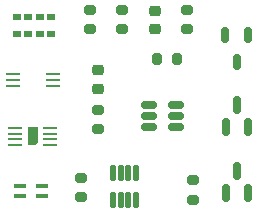
<source format=gtp>
G04 #@! TF.GenerationSoftware,KiCad,Pcbnew,7.0.7*
G04 #@! TF.CreationDate,2024-04-01T23:39:43-04:00*
G04 #@! TF.ProjectId,sensor_node,73656e73-6f72-45f6-9e6f-64652e6b6963,rev?*
G04 #@! TF.SameCoordinates,Original*
G04 #@! TF.FileFunction,Paste,Top*
G04 #@! TF.FilePolarity,Positive*
%FSLAX46Y46*%
G04 Gerber Fmt 4.6, Leading zero omitted, Abs format (unit mm)*
G04 Created by KiCad (PCBNEW 7.0.7) date 2024-04-01 23:39:43*
%MOMM*%
%LPD*%
G01*
G04 APERTURE LIST*
G04 Aperture macros list*
%AMRoundRect*
0 Rectangle with rounded corners*
0 $1 Rounding radius*
0 $2 $3 $4 $5 $6 $7 $8 $9 X,Y pos of 4 corners*
0 Add a 4 corners polygon primitive as box body*
4,1,4,$2,$3,$4,$5,$6,$7,$8,$9,$2,$3,0*
0 Add four circle primitives for the rounded corners*
1,1,$1+$1,$2,$3*
1,1,$1+$1,$4,$5*
1,1,$1+$1,$6,$7*
1,1,$1+$1,$8,$9*
0 Add four rect primitives between the rounded corners*
20,1,$1+$1,$2,$3,$4,$5,0*
20,1,$1+$1,$4,$5,$6,$7,0*
20,1,$1+$1,$6,$7,$8,$9,0*
20,1,$1+$1,$8,$9,$2,$3,0*%
%AMFreePoly0*
4,1,6,0.450000,-0.800000,-0.450000,-0.800000,-0.450000,0.530000,-0.180000,0.800000,0.450000,0.800000,0.450000,-0.800000,0.450000,-0.800000,$1*%
G04 Aperture macros list end*
%ADD10R,1.000000X0.300000*%
%ADD11RoundRect,0.200000X-0.275000X0.200000X-0.275000X-0.200000X0.275000X-0.200000X0.275000X0.200000X0*%
%ADD12RoundRect,0.200000X0.275000X-0.200000X0.275000X0.200000X-0.275000X0.200000X-0.275000X-0.200000X0*%
%ADD13R,1.200000X0.250000*%
%ADD14FreePoly0,180.000000*%
%ADD15RoundRect,0.150000X0.150000X-0.587500X0.150000X0.587500X-0.150000X0.587500X-0.150000X-0.587500X0*%
%ADD16RoundRect,0.125000X-0.125000X0.537500X-0.125000X-0.537500X0.125000X-0.537500X0.125000X0.537500X0*%
%ADD17RoundRect,0.225000X0.250000X-0.225000X0.250000X0.225000X-0.250000X0.225000X-0.250000X-0.225000X0*%
%ADD18RoundRect,0.200000X-0.200000X-0.275000X0.200000X-0.275000X0.200000X0.275000X-0.200000X0.275000X0*%
%ADD19RoundRect,0.150000X-0.512500X-0.150000X0.512500X-0.150000X0.512500X0.150000X-0.512500X0.150000X0*%
%ADD20RoundRect,0.150000X-0.150000X0.512500X-0.150000X-0.512500X0.150000X-0.512500X0.150000X0.512500X0*%
%ADD21R,0.720000X0.600000*%
G04 APERTURE END LIST*
D10*
X93400000Y-88600000D03*
X93400000Y-87800000D03*
X95200000Y-87800000D03*
X95200000Y-88600000D03*
D11*
X99300000Y-72875000D03*
X99300000Y-74525000D03*
X102000000Y-72875000D03*
X102000000Y-74525000D03*
D12*
X98500000Y-88725000D03*
X98500000Y-87075000D03*
D13*
X92939369Y-84331999D03*
X92939369Y-83831999D03*
X92939369Y-83331999D03*
X92939369Y-82831999D03*
X95939369Y-82831999D03*
X95939369Y-83331999D03*
X95939369Y-83831999D03*
X95939369Y-84331999D03*
D14*
X94439369Y-83581999D03*
D15*
X110801869Y-82769498D03*
X112701869Y-82769498D03*
X111751869Y-80894498D03*
D16*
X103189371Y-88969499D03*
X102539371Y-88969499D03*
X101889371Y-88969499D03*
X101239371Y-88969499D03*
X101239371Y-86694499D03*
X101889371Y-86694499D03*
X102539371Y-86694499D03*
X103189371Y-86694499D03*
D13*
X92789370Y-78331999D03*
X92789370Y-78831999D03*
X92789370Y-79331999D03*
X96189370Y-79331999D03*
X96189370Y-78831999D03*
X96189370Y-78331999D03*
D17*
X104800000Y-72925000D03*
X104800000Y-74475000D03*
D12*
X108000000Y-88925000D03*
X108000000Y-87275000D03*
D18*
X104964367Y-77006996D03*
X106614367Y-77006996D03*
D12*
X99961867Y-82981999D03*
X99961867Y-81331999D03*
D19*
X104301869Y-80881998D03*
X104301869Y-81831998D03*
X104301869Y-82781998D03*
X106576869Y-82781998D03*
X106576869Y-81831998D03*
X106576869Y-80881998D03*
D11*
X107500000Y-72875000D03*
X107500000Y-74525000D03*
D20*
X112651867Y-75006999D03*
X110751867Y-75006999D03*
X111701867Y-77281999D03*
D15*
X110801868Y-88405375D03*
X112701868Y-88405375D03*
X111751868Y-86530375D03*
D21*
X93104367Y-73470896D03*
X94074367Y-73470896D03*
X95044367Y-73470896D03*
X96014367Y-73470896D03*
X96014367Y-74870896D03*
X95044367Y-74870896D03*
X94074367Y-74870896D03*
X93104367Y-74870896D03*
D17*
X99959364Y-79542000D03*
X99959364Y-77992000D03*
M02*

</source>
